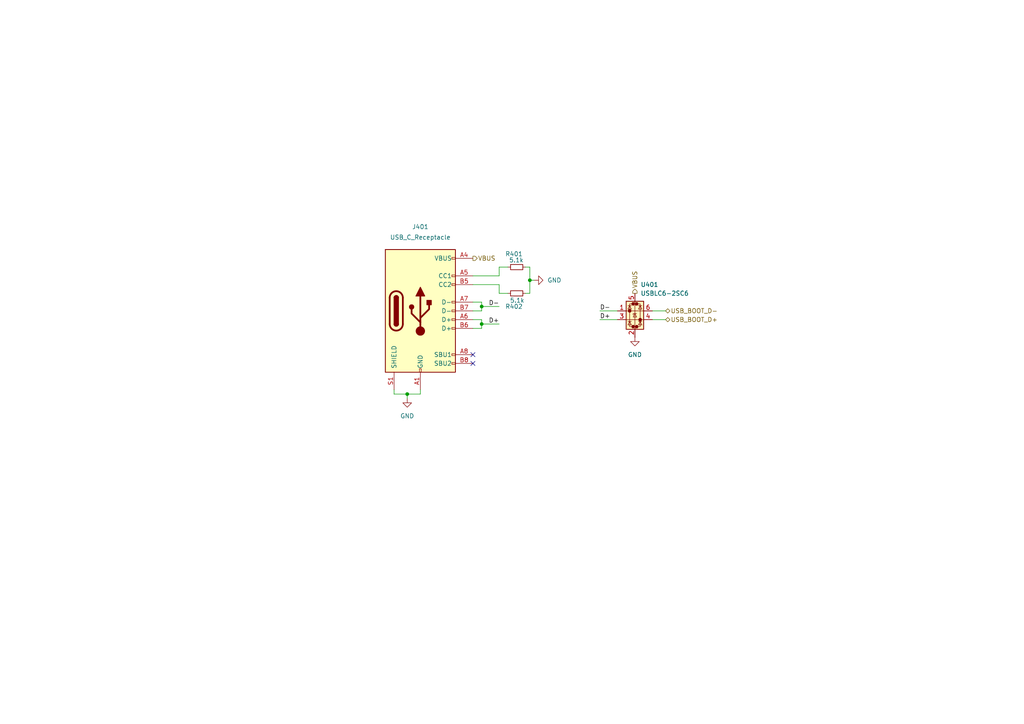
<source format=kicad_sch>
(kicad_sch (version 20231120) (generator "eeschema") (generator_version "8.0")
  (paper "A4")
  (lib_symbols
    (symbol "Connector:USB_C_Receptacle" (pin_names (offset 1.016))
      (property "Reference" "J401" (at 0 24.384 0))
      (property "Value" "USB_C_Receptacle" (at 0 21.336 0))
      (symbol "USB_C_Receptacle_0_0"
        (rectangle (start -0.254 -17.78) (end 0.254 -16.764))
        (rectangle (start 10.16 -14.986) (end 9.144 -15.494))
        (rectangle (start 10.16 -12.446) (end 9.144 -12.954))
        (rectangle (start 10.16 -4.826) (end 9.144 -5.334))
        (rectangle (start 10.16 -2.286) (end 9.144 -2.794))
        (rectangle (start 10.16 0.254) (end 9.144 -0.254))
        (rectangle (start 10.16 2.794) (end 9.144 2.286))
        (rectangle (start 10.16 7.874) (end 9.144 7.366))
        (rectangle (start 10.16 10.414) (end 9.144 9.906))
        (rectangle (start 10.16 15.494) (end 9.144 14.986))
      )
      (symbol "USB_C_Receptacle_0_1"
        (rectangle (start -10.16 17.78) (end 10.16 -17.78) (stroke (width 0.254)) (fill (type background)))
        (arc (start -8.89 -3.81) (mid -6.985 -5.7067) (end -5.08 -3.81) (stroke (width 0.508)))
        (arc (start -7.62 -3.81) (mid -6.985 -4.4423) (end -6.35 -3.81) (stroke (width 0.254)))
        (arc (start -7.62 -3.81) (mid -6.985 -4.4423) (end -6.35 -3.81) (stroke (width 0.254)) (fill (type outline)))
        (rectangle (start -7.62 -3.81) (end -6.35 3.81) (stroke (width 0.254)) (fill (type outline)))
        (arc (start -6.35 3.81) (mid -6.985 4.4423) (end -7.62 3.81) (stroke (width 0.254)))
        (arc (start -6.35 3.81) (mid -6.985 4.4423) (end -7.62 3.81) (stroke (width 0.254)) (fill (type outline)))
        (arc (start -5.08 3.81) (mid -6.985 5.7067) (end -8.89 3.81) (stroke (width 0.508)))
        (circle (center -2.54 1.143) (radius 0.635) (stroke (width 0.254)) (fill (type outline)))
        (circle (center 0 -5.842) (radius 1.27) (fill (type outline)))
        (polyline (pts (xy -8.89 -3.81) (xy -8.89 3.81)) (stroke (width 0.508)))
        (polyline (pts (xy -5.08 3.81) (xy -5.08 -3.81)) (stroke (width 0.508)))
        (polyline (pts (xy 0 -5.842) (xy 0 4.318)) (stroke (width 0.508)))
        (polyline (pts (xy 0 -3.302) (xy -2.54 -0.762) (xy -2.54 0.508)) (stroke (width 0.508)))
        (polyline (pts (xy 0 -2.032) (xy 2.54 0.508) (xy 2.54 1.778)) (stroke (width 0.508)))
        (polyline (pts (xy -1.27 4.318) (xy 0 6.858) (xy 1.27 4.318) (xy -1.27 4.318)) (stroke (width 0.254)) (fill (type outline)))
        (rectangle (start 1.905 1.778) (end 3.175 3.048) (stroke (width 0.254)) (fill (type outline)))
      )
      (symbol "USB_C_Receptacle_1_1"
        (pin passive line (at 0 -22.86 90) (length 5.08) (name "GND") (number "A1"))
        (pin passive line (at 15.24 15.24 180) (length 5.08) (name "VBUS") (number "A4"))
        (pin bidirectional line (at 15.24 10.16 180) (length 5.08) (name "CC1") (number "A5"))
        (pin bidirectional line (at 15.24 -2.54 180) (length 5.08) (name "D+") (number "A6"))
        (pin bidirectional line (at 15.24 2.54 180) (length 5.08) (name "D-") (number "A7"))
        (pin bidirectional line (at 15.24 -12.7 180) (length 5.08) (name "SBU1") (number "A8"))
        (pin bidirectional line (at 15.24 7.62 180) (length 5.08) (name "CC2") (number "B5"))
        (pin bidirectional line (at 15.24 -5.08 180) (length 5.08) (name "D+") (number "B6"))
        (pin bidirectional line (at 15.24 0 180) (length 5.08) (name "D-") (number "B7"))
        (pin bidirectional line (at 15.24 -15.24 180) (length 5.08) (name "SBU2") (number "B8"))
        (pin passive line (at -7.62 -22.86 90) (length 5.08) (name "SHIELD") (number "S1"))
      )
    )
    (symbol "Device:R_Small" (pin_numbers hide) (pin_names (offset 0.254) hide)
      (property "Reference" "R" (at 0.762 0.508 0))
      (property "Value" "R_Small" (at 0.762 -1.016 0))
      (symbol "R_Small_0_1"
        (rectangle (start -0.762 1.778) (end 0.762 -1.778) (stroke (width 0.2032)))
      )
      (symbol "R_Small_1_1"
        (pin passive line (at 0 2.54 270) (length 0.762) (name "~") (number "1"))
        (pin passive line (at 0 -2.54 90) (length 0.762) (name "~") (number "2"))
      )
    )
    (symbol "Power_Protection:USBLC6-2SC6" (pin_names hide)
      (property "Reference" "U" (at 0.635 5.715 0))
      (property "Value" "USBLC6-2SC6" (at 0.635 3.81 0))
      (symbol "USBLC6-2SC6_0_0"
        (circle (center -1.524 0) (radius 0.0001) (stroke (width 0.508)))
        (circle (center -0.508 -4.572) (radius 0.0001) (stroke (width 0.508)))
        (circle (center -0.508 2.032) (radius 0.0001) (stroke (width 0.508)))
        (circle (center 0.508 -4.572) (radius 0.0001) (stroke (width 0.508)))
        (circle (center 0.508 2.032) (radius 0.0001) (stroke (width 0.508)))
        (circle (center 1.524 -2.54) (radius 0.0001) (stroke (width 0.508)))
      )
      (symbol "USBLC6-2SC6_0_1"
        (polyline (pts (xy -2.54 -2.54) (xy 2.54 -2.54)))
        (polyline (pts (xy -2.54 0) (xy 2.54 0)))
        (polyline (pts (xy -2.032 -3.048) (xy -1.016 -3.048)))
        (polyline (pts (xy -1.016 1.524) (xy -2.032 1.524)))
        (polyline (pts (xy 1.016 -3.048) (xy 2.032 -3.048)))
        (polyline (pts (xy 1.016 1.524) (xy 2.032 1.524)))
        (polyline (pts (xy -0.508 -1.143) (xy -0.508 -0.762) (xy 0.508 -0.762)))
        (polyline (pts (xy -2.032 0.508) (xy -1.016 0.508) (xy -1.524 1.524) (xy -2.032 0.508)))
        (polyline (pts (xy -1.016 -4.064) (xy -2.032 -4.064) (xy -1.524 -3.048) (xy -1.016 -4.064)))
        (polyline (pts (xy 0.508 -1.778) (xy -0.508 -1.778) (xy 0 -0.762) (xy 0.508 -1.778)))
        (polyline (pts (xy 2.032 -4.064) (xy 1.016 -4.064) (xy 1.524 -3.048) (xy 2.032 -4.064)))
        (polyline (pts (xy 2.032 0.508) (xy 1.016 0.508) (xy 1.524 1.524) (xy 2.032 0.508)))
        (polyline (pts (xy 0 2.54) (xy -0.508 2.032) (xy 0.508 2.032) (xy 0 1.524) (xy 0 -4.064) (xy -0.508 -4.572) (xy 0.508 -4.572) (xy 0 -5.08)))
      )
      (symbol "USBLC6-2SC6_1_1"
        (rectangle (start -2.54 2.794) (end 2.54 -5.334) (stroke (width 0.254)) (fill (type background)))
        (polyline (pts (xy -0.508 2.032) (xy -1.524 2.032) (xy -1.524 -4.572) (xy -0.508 -4.572)))
        (polyline (pts (xy 0.508 -4.572) (xy 1.524 -4.572) (xy 1.524 2.032) (xy 0.508 2.032)))
        (pin passive line (at -5.08 0 0) (length 2.54) (name "I/O1") (number "1"))
        (pin passive line (at 0 -7.62 90) (length 2.54) (name "GND") (number "2"))
        (pin passive line (at -5.08 -2.54 0) (length 2.54) (name "I/O2") (number "3"))
        (pin passive line (at 5.08 -2.54 180) (length 2.54) (name "I/O2") (number "4"))
        (pin passive line (at 0 5.08 270) (length 2.54) (name "VBUS") (number "5"))
        (pin passive line (at 5.08 0 180) (length 2.54) (name "I/O1") (number "6"))
      )
    )
    (symbol "power:GND" (power) (pin_numbers hide) (pin_names (offset 0) hide)
      (property "Value" "GND" (at 0 -3.81 0))
      (symbol "GND_0_1"
        (polyline (pts (xy 0 0) (xy 0 -1.27) (xy 1.27 -1.27) (xy 0 -2.54) (xy -1.27 -1.27) (xy 0 -1.27)))
      )
      (symbol "GND_1_1"
        (pin power_in line (at 0 0 270) (length 0) (name "~") (number "1"))
      )
    )
  )
  (junction (at 139.7 93.98))
  (junction (at 118.11 114.3))
  (junction (at 139.7 88.9))
  (junction (at 153.67 81.28))
  (no_connect (at 137.16 105.41))
  (no_connect (at 137.16 102.87))
  (wire (pts (xy 154.94 81.28) (xy 153.67 81.28)))
  (wire (pts (xy 139.7 90.17) (xy 137.16 90.17)))
  (wire (pts (xy 152.4 85.09) (xy 153.67 85.09)))
  (wire (pts (xy 139.7 93.98) (xy 139.7 95.25)))
  (wire (pts (xy 137.16 95.25) (xy 139.7 95.25)))
  (wire (pts (xy 144.78 80.01) (xy 144.78 77.47)))
  (wire (pts (xy 193.04 90.17) (xy 189.23 90.17)))
  (wire (pts (xy 114.3 114.3) (xy 114.3 113.03)))
  (wire (pts (xy 144.78 85.09) (xy 147.32 85.09)))
  (wire (pts (xy 137.16 80.01) (xy 144.78 80.01)))
  (wire (pts (xy 144.78 85.09) (xy 144.78 82.55)))
  (wire (pts (xy 139.7 92.71) (xy 137.16 92.71)))
  (wire (pts (xy 118.11 115.57) (xy 118.11 114.3)))
  (wire (pts (xy 139.7 88.9) (xy 139.7 90.17)))
  (wire (pts (xy 139.7 87.63) (xy 139.7 88.9)))
  (wire (pts (xy 144.78 88.9) (xy 139.7 88.9)))
  (wire (pts (xy 153.67 81.28) (xy 153.67 77.47)))
  (wire (pts (xy 137.16 87.63) (xy 139.7 87.63)))
  (wire (pts (xy 193.04 92.71) (xy 189.23 92.71)))
  (wire (pts (xy 118.11 114.3) (xy 121.92 114.3)))
  (wire (pts (xy 144.78 77.47) (xy 147.32 77.47)))
  (wire (pts (xy 144.78 93.98) (xy 139.7 93.98)))
  (wire (pts (xy 153.67 85.09) (xy 153.67 81.28)))
  (wire (pts (xy 153.67 77.47) (xy 152.4 77.47)))
  (wire (pts (xy 137.16 82.55) (xy 144.78 82.55)))
  (wire (pts (xy 114.3 114.3) (xy 118.11 114.3)))
  (wire (pts (xy 139.7 92.71) (xy 139.7 93.98)))
  (wire (pts (xy 173.99 90.17) (xy 179.07 90.17)))
  (wire (pts (xy 173.99 92.71) (xy 179.07 92.71)))
  (wire (pts (xy 121.92 114.3) (xy 121.92 113.03)))
  (label "D-" (at 144.78 88.9 180))
  (label "D+" (at 173.99 92.71 0))
  (label "D-" (at 173.99 90.17 0))
  (label "D+" (at 144.78 93.98 180))
  (hierarchical_label "VBUS" (shape output) (at 184.15 85.09 90))
  (hierarchical_label "USB_BOOT_D+" (shape bidirectional) (at 193.04 92.71 0))
  (hierarchical_label "USB_BOOT_D-" (shape bidirectional) (at 193.04 90.17 0))
  (hierarchical_label "VBUS" (shape output) (at 137.16 74.93 0))
  (symbol (lib_id "Connector:USB_C_Receptacle") (at 121.92 90.17 0) (unit 1)
    (property "Reference" "J401" (at 121.92 65.786 0))
    (property "Value" "USB_C_Receptacle" (at 121.92 68.834 0))
    (property "Footprint" "Librairie_MB:USB_C_femelle_12P" (effects (hide yes)))
    (property "Datasheet" "https://www.lcsc.com/datasheet/lcsc_datasheet_2009111836_SOFNG-MC-311D_C136423.pdf" (effects (hide yes)))
    (property "Description" "USB 12P" (effects (hide yes)))
    (property "MPN" "MC-311D" (effects (hide yes)))
    (property "LCSC" "C136423" (effects (hide yes)))
  )
  (symbol (lib_id "Device:R_Small") (at 149.86 77.47 90) (unit 1)
    (property "Reference" "R401" (at 151.638 73.66 90) (effects (justify left)))
    (property "Value" "5.1k" (at 151.892 75.438 90) (effects (justify left)))
    (property "Footprint" "Resistor_SMD:R_0402_1005Metric" (effects (hide yes)))
    (property "Fournisseur" "Sotck" (effects (hide yes)))
    (property "LCSC" "C25905" (effects (hide yes)))
  )
  (symbol (lib_id "Device:R_Small") (at 149.86 85.09 90) (unit 1)
    (property "Reference" "R402" (at 151.638 88.9 90) (effects (justify left)))
    (property "Value" "5.1k" (at 152.146 87.122 90) (effects (justify left)))
    (property "Footprint" "Resistor_SMD:R_0402_1005Metric" (effects (hide yes)))
    (property "Fournisseur" "Sotck" (effects (hide yes)))
    (property "LCSC" "C25905" (effects (hide yes)))
  )
  (symbol (lib_id "power:GND") (at 118.11 115.57 0) (unit 1)
    (property "Reference" "#PWR0401" (effects (hide yes)))
    (property "Value" "GND" (at 118.11 120.65 0))
    (property "Description" "Power symbol creates a global label with name \"GND\" , ground" (effects (hide yes)))
  )
  (symbol (lib_id "power:GND") (at 184.15 97.79 0) (unit 1)
    (property "Reference" "#PWR0403" (effects (hide yes)))
    (property "Value" "GND" (at 184.15 102.87 0))
    (property "Description" "Power symbol creates a global label with name \"GND\" , ground" (effects (hide yes)))
  )
  (symbol (lib_id "power:GND") (at 154.94 81.28 90) (unit 1)
    (property "Reference" "#PWR0402" (effects (hide yes)))
    (property "Value" "GND" (at 158.75 81.2799 90) (effects (justify right)))
    (property "Description" "Power symbol creates a global label with name \"GND\" , ground" (effects (hide yes)))
  )
  (symbol (lib_id "Power_Protection:USBLC6-2SC6") (at 184.15 90.17 0) (unit 1)
    (property "Reference" "U401" (at 185.8011 82.55 0) (effects (justify left)))
    (property "Value" "USBLC6-2SC6" (at 185.8011 85.09 0) (effects (justify left)))
    (property "Footprint" "Package_TO_SOT_SMD:SOT-23-6" (effects (hide yes)))
    (property "Datasheet" "https://www.st.com/resource/en/datasheet/usblc6-2.pdf" (effects (hide yes)))
    (property "Description" "Very low capacitance ESD protection diode, 2 data-line, SOT-23-6" (effects (hide yes)))
    (property "LCSC" "C2827654" (effects (hide yes)))
  )
)
</source>
